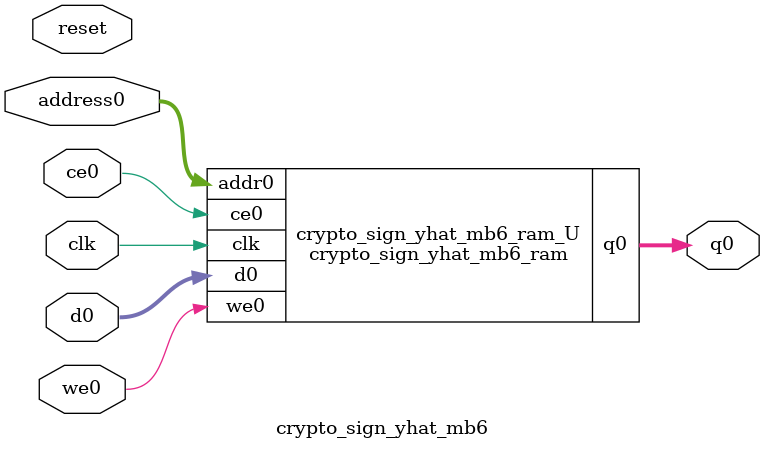
<source format=v>

`timescale 1 ns / 1 ps
module crypto_sign_yhat_mb6_ram (addr0, ce0, d0, we0, q0,  clk);

parameter DWIDTH = 32;
parameter AWIDTH = 10;
parameter MEM_SIZE = 1024;

input[AWIDTH-1:0] addr0;
input ce0;
input[DWIDTH-1:0] d0;
input we0;
output reg[DWIDTH-1:0] q0;
input clk;

(* ram_style = "block" *)reg [DWIDTH-1:0] ram[0:MEM_SIZE-1];




always @(posedge clk)  
begin 
    if (ce0) 
    begin
        if (we0) 
        begin 
            ram[addr0] <= d0; 
            q0 <= d0;
        end 
        else 
            q0 <= ram[addr0];
    end
end


endmodule


`timescale 1 ns / 1 ps
module crypto_sign_yhat_mb6(
    reset,
    clk,
    address0,
    ce0,
    we0,
    d0,
    q0);

parameter DataWidth = 32'd32;
parameter AddressRange = 32'd1024;
parameter AddressWidth = 32'd10;
input reset;
input clk;
input[AddressWidth - 1:0] address0;
input ce0;
input we0;
input[DataWidth - 1:0] d0;
output[DataWidth - 1:0] q0;



crypto_sign_yhat_mb6_ram crypto_sign_yhat_mb6_ram_U(
    .clk( clk ),
    .addr0( address0 ),
    .ce0( ce0 ),
    .we0( we0 ),
    .d0( d0 ),
    .q0( q0 ));

endmodule


</source>
